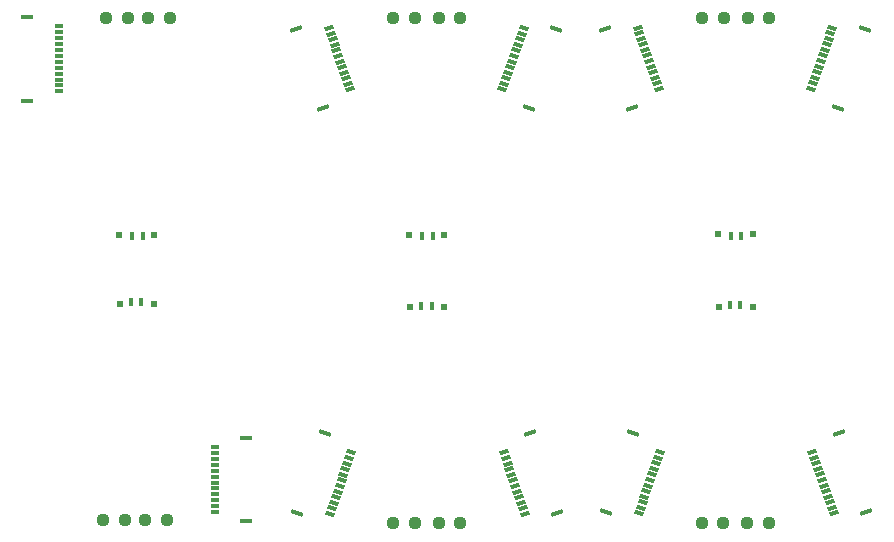
<source format=gbr>
%TF.GenerationSoftware,KiCad,Pcbnew,(6.0.4)*%
%TF.CreationDate,2022-05-23T19:11:52-04:00*%
%TF.ProjectId,wierd mousebites,77696572-6420-46d6-9f75-736562697465,rev?*%
%TF.SameCoordinates,Original*%
%TF.FileFunction,Paste,Top*%
%TF.FilePolarity,Positive*%
%FSLAX46Y46*%
G04 Gerber Fmt 4.6, Leading zero omitted, Abs format (unit mm)*
G04 Created by KiCad (PCBNEW (6.0.4)) date 2022-05-23 19:11:52*
%MOMM*%
%LPD*%
G01*
G04 APERTURE LIST*
G04 Aperture macros list*
%AMRoundRect*
0 Rectangle with rounded corners*
0 $1 Rounding radius*
0 $2 $3 $4 $5 $6 $7 $8 $9 X,Y pos of 4 corners*
0 Add a 4 corners polygon primitive as box body*
4,1,4,$2,$3,$4,$5,$6,$7,$8,$9,$2,$3,0*
0 Add four circle primitives for the rounded corners*
1,1,$1+$1,$2,$3*
1,1,$1+$1,$4,$5*
1,1,$1+$1,$6,$7*
1,1,$1+$1,$8,$9*
0 Add four rect primitives between the rounded corners*
20,1,$1+$1,$2,$3,$4,$5,0*
20,1,$1+$1,$4,$5,$6,$7,0*
20,1,$1+$1,$6,$7,$8,$9,0*
20,1,$1+$1,$8,$9,$2,$3,0*%
%AMRotRect*
0 Rectangle, with rotation*
0 The origin of the aperture is its center*
0 $1 length*
0 $2 width*
0 $3 Rotation angle, in degrees counterclockwise*
0 Add horizontal line*
21,1,$1,$2,0,0,$3*%
G04 Aperture macros list end*
%ADD10RoundRect,0.237500X-0.250000X-0.237500X0.250000X-0.237500X0.250000X0.237500X-0.250000X0.237500X0*%
%ADD11RotRect,0.355600X0.762000X109.000000*%
%ADD12RotRect,0.355600X1.041400X109.000000*%
%ADD13R,0.600000X0.500000*%
%ADD14R,0.440000X0.750000*%
%ADD15RotRect,0.355600X0.762000X251.000000*%
%ADD16RotRect,0.355600X1.041400X251.000000*%
%ADD17RoundRect,0.237500X0.250000X0.237500X-0.250000X0.237500X-0.250000X-0.237500X0.250000X-0.237500X0*%
%ADD18RotRect,0.355600X0.762000X289.000000*%
%ADD19RotRect,0.355600X1.041400X289.000000*%
%ADD20RotRect,0.355600X0.762000X71.000000*%
%ADD21RotRect,0.355600X1.041400X71.000000*%
%ADD22R,0.762000X0.355600*%
%ADD23R,1.041400X0.355600*%
G04 APERTURE END LIST*
D10*
%TO.C,R1*%
X113163000Y-108667500D03*
X114988000Y-108667500D03*
%TD*%
%TO.C,R2*%
X109313000Y-108667500D03*
X111138000Y-108667500D03*
%TD*%
D11*
%TO.C,J2*%
X120461820Y-107857135D03*
X120299036Y-107384377D03*
X120136251Y-106911616D03*
X119973468Y-106438857D03*
X119810684Y-105966099D03*
X119647899Y-105493339D03*
X119485115Y-105020580D03*
X119322331Y-104547819D03*
X119159547Y-104075061D03*
X118996763Y-103602303D03*
X118833979Y-103129541D03*
X118671195Y-102656783D03*
D12*
X123224643Y-107741340D03*
X120919620Y-101047067D03*
%TD*%
D13*
%TO.C,D1*%
X113643000Y-90374000D03*
D14*
X112573000Y-90249000D03*
X111673000Y-90249000D03*
D13*
X110723000Y-90374000D03*
%TD*%
D15*
%TO.C,J3*%
X105754805Y-102656783D03*
X105592021Y-103129541D03*
X105429237Y-103602303D03*
X105266453Y-104075061D03*
X105103669Y-104547819D03*
X104940885Y-105020580D03*
X104778101Y-105493339D03*
X104615316Y-105966099D03*
X104452532Y-106438857D03*
X104289749Y-106911616D03*
X104126964Y-107384377D03*
X103964180Y-107857135D03*
D16*
X103506380Y-101047067D03*
X101201357Y-107741340D03*
%TD*%
D10*
%TO.C,R1*%
X139305000Y-108628000D03*
X141130000Y-108628000D03*
%TD*%
D11*
%TO.C,J2*%
X146603820Y-107817635D03*
X146441036Y-107344877D03*
X146278251Y-106872116D03*
X146115468Y-106399357D03*
X145952684Y-105926599D03*
X145789899Y-105453839D03*
X145627115Y-104981080D03*
X145464331Y-104508319D03*
X145301547Y-104035561D03*
X145138763Y-103562803D03*
X144975979Y-103090041D03*
X144813195Y-102617283D03*
D12*
X149366643Y-107701840D03*
X147061620Y-101007567D03*
%TD*%
D10*
%TO.C,R2*%
X135455000Y-108628000D03*
X137280000Y-108628000D03*
%TD*%
D15*
%TO.C,J3*%
X131896805Y-102617283D03*
X131734021Y-103090041D03*
X131571237Y-103562803D03*
X131408453Y-104035561D03*
X131245669Y-104508319D03*
X131082885Y-104981080D03*
X130920101Y-105453839D03*
X130757316Y-105926599D03*
X130594532Y-106399357D03*
X130431749Y-106872116D03*
X130268964Y-107344877D03*
X130106180Y-107817635D03*
D16*
X129648380Y-101007567D03*
X127343357Y-107701840D03*
%TD*%
D13*
%TO.C,D1*%
X139785000Y-90334500D03*
D14*
X138715000Y-90209500D03*
X137815000Y-90209500D03*
D13*
X136865000Y-90334500D03*
%TD*%
D17*
%TO.C,R1*%
X111159000Y-65909500D03*
X109334000Y-65909500D03*
%TD*%
%TO.C,R2*%
X115009000Y-65909500D03*
X113184000Y-65909500D03*
%TD*%
D18*
%TO.C,J2*%
X103860180Y-66719865D03*
X104022964Y-67192623D03*
X104185749Y-67665384D03*
X104348532Y-68138143D03*
X104511316Y-68610901D03*
X104674101Y-69083661D03*
X104836885Y-69556420D03*
X104999669Y-70029181D03*
X105162453Y-70501939D03*
X105325237Y-70974697D03*
X105488021Y-71447459D03*
X105650805Y-71920217D03*
D19*
X101097357Y-66835660D03*
X103402380Y-73529933D03*
%TD*%
D13*
%TO.C,D1*%
X110679000Y-84203000D03*
D14*
X111749000Y-84328000D03*
X112649000Y-84328000D03*
D13*
X113599000Y-84203000D03*
%TD*%
D20*
%TO.C,J3*%
X118567195Y-71920217D03*
X118729979Y-71447459D03*
X118892763Y-70974697D03*
X119055547Y-70501939D03*
X119218331Y-70029181D03*
X119381115Y-69556420D03*
X119543899Y-69083661D03*
X119706684Y-68610901D03*
X119869468Y-68138143D03*
X120032251Y-67665384D03*
X120195036Y-67192623D03*
X120357820Y-66719865D03*
D21*
X120815620Y-73529933D03*
X123120643Y-66835660D03*
%TD*%
D17*
%TO.C,R2*%
X141151000Y-65870000D03*
X139326000Y-65870000D03*
%TD*%
D18*
%TO.C,J2*%
X130002180Y-66680365D03*
X130164964Y-67153123D03*
X130327749Y-67625884D03*
X130490532Y-68098643D03*
X130653316Y-68571401D03*
X130816101Y-69044161D03*
X130978885Y-69516920D03*
X131141669Y-69989681D03*
X131304453Y-70462439D03*
X131467237Y-70935197D03*
X131630021Y-71407959D03*
X131792805Y-71880717D03*
D19*
X127239357Y-66796160D03*
X129544380Y-73490433D03*
%TD*%
D20*
%TO.C,J3*%
X144709195Y-71880717D03*
X144871979Y-71407959D03*
X145034763Y-70935197D03*
X145197547Y-70462439D03*
X145360331Y-69989681D03*
X145523115Y-69516920D03*
X145685899Y-69044161D03*
X145848684Y-68571401D03*
X146011468Y-68098643D03*
X146174251Y-67625884D03*
X146337036Y-67153123D03*
X146499820Y-66680365D03*
D21*
X146957620Y-73490433D03*
X149262643Y-66796160D03*
%TD*%
D17*
%TO.C,R1*%
X137301000Y-65870000D03*
X135476000Y-65870000D03*
%TD*%
D13*
%TO.C,D1*%
X136821000Y-84163500D03*
D14*
X137891000Y-84288500D03*
X138791000Y-84288500D03*
D13*
X139741000Y-84163500D03*
%TD*%
D17*
%TO.C,R2*%
X88343100Y-108370501D03*
X90168100Y-108370501D03*
%TD*%
D22*
%TO.C,J1*%
X94208600Y-107703500D03*
X94208600Y-107203501D03*
X94208600Y-106703499D03*
X94208600Y-106203500D03*
X94208600Y-105703501D03*
X94208600Y-105203500D03*
X94208600Y-104703500D03*
X94208600Y-104203499D03*
X94208600Y-103703500D03*
X94208600Y-103203501D03*
X94208600Y-102703499D03*
X94208600Y-102203500D03*
D23*
X96858600Y-108493501D03*
X96858600Y-101413499D03*
%TD*%
D17*
%TO.C,R1*%
X86612100Y-108370501D03*
X84787100Y-108370501D03*
%TD*%
D13*
%TO.C,LED1*%
X89066600Y-90080501D03*
D14*
X87996600Y-89955501D03*
X87096600Y-89955501D03*
D13*
X86146600Y-90080501D03*
%TD*%
D10*
%TO.C,R2*%
X86866100Y-65913000D03*
X85041100Y-65913000D03*
%TD*%
D22*
%TO.C,J1*%
X81000600Y-66580001D03*
X81000600Y-67080000D03*
X81000600Y-67580002D03*
X81000600Y-68080001D03*
X81000600Y-68580000D03*
X81000600Y-69080001D03*
X81000600Y-69580001D03*
X81000600Y-70080002D03*
X81000600Y-70580001D03*
X81000600Y-71080000D03*
X81000600Y-71580002D03*
X81000600Y-72080001D03*
D23*
X78350600Y-65790000D03*
X78350600Y-72870002D03*
%TD*%
D10*
%TO.C,R1*%
X88597100Y-65913000D03*
X90422100Y-65913000D03*
%TD*%
D13*
%TO.C,LED1*%
X86142600Y-84203000D03*
D14*
X87212600Y-84328000D03*
X88112600Y-84328000D03*
D13*
X89062600Y-84203000D03*
%TD*%
M02*

</source>
